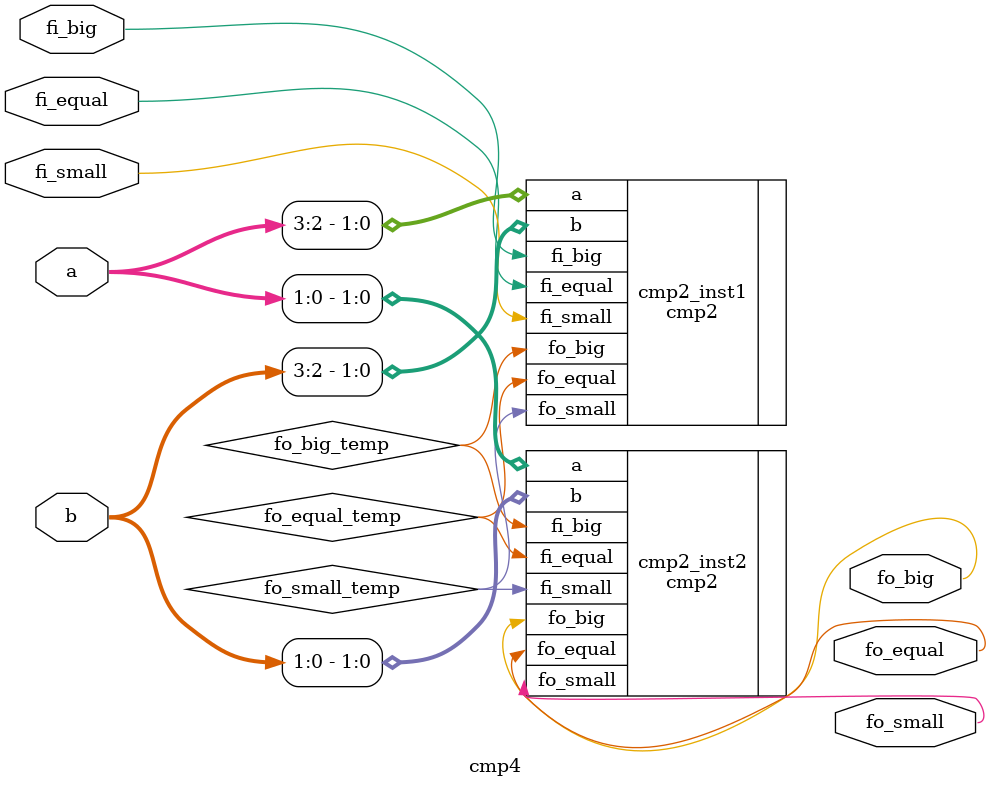
<source format=v>
module cmp4(
    input   wire    [3:0]   a,
    input   wire    [3:0]   b,
    input   wire                fi_big,
    input   wire                fi_equal,
    input   wire                fi_small,
 
    output      wire                fo_big,
    output      wire                fo_equal,
    output      wire                fo_small
);
 
    wire         fo_big_temp;
    wire         fo_equal_temp;
    wire         fo_small_temp;
 
        cmp2    cmp2_inst1(
            .a              (a[3:2]),
            .b              (b[3:2]),
            .fi_big     (fi_big),  
            .fi_equal   (fi_equal),
            .fi_small   (fi_small),
             
 
            .fo_big     (fo_big_temp), 
            .fo_equal   (fo_equal_temp),   
            .fo_small   (fo_small_temp)
        );
 
        cmp2    cmp2_inst2(
            .a              (a[1:0]),
            .b              (b[1:0]),
            .fi_big     (fo_big_temp), 
            .fi_equal   (fo_equal_temp),   
            .fi_small   (fo_small_temp),
             
            .fo_big     (fo_big),  
            .fo_equal   (fo_equal),
            .fo_small   (fo_small)
        ); 
 
endmodule
</source>
